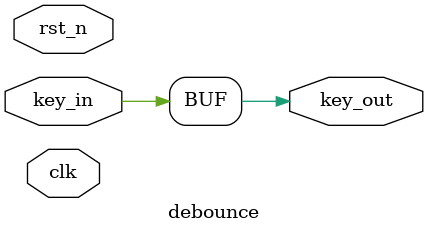
<source format=v>
`timescale 1ns / 1ps


module debounce#(
    parameter CNT_20ms = 24'd2_000_000//20ms counter value
)
(
    input key_in,
    input clk, //100mHz
    input rst_n,     // valid when low 
    output reg key_out
    );


//20ms counter
	reg [23:0] cnt_delay;
    reg cnt_full;
	// always @ (posedge key_in)begin
    //     cnt_delay <= 24'd0;
    // end

	always@(posedge clk or negedge rst_n)begin
		if(!rst_n)
			cnt_delay <= 24'd0;
		else begin
			if(cnt_delay <= CNT_20ms)
                    cnt_delay <= cnt_delay + 24'd1;
            else
                cnt_delay <= 24'd0;
        end
	end
    always @(cnt_delay) begin
        if (cnt_delay == CNT_20ms) key_out <= key_in;
        else key_out <= key_in;
    end
    // always @ (posedge cnt_full)begin
    //     key_out = key_in;
    // end
endmodule

</source>
